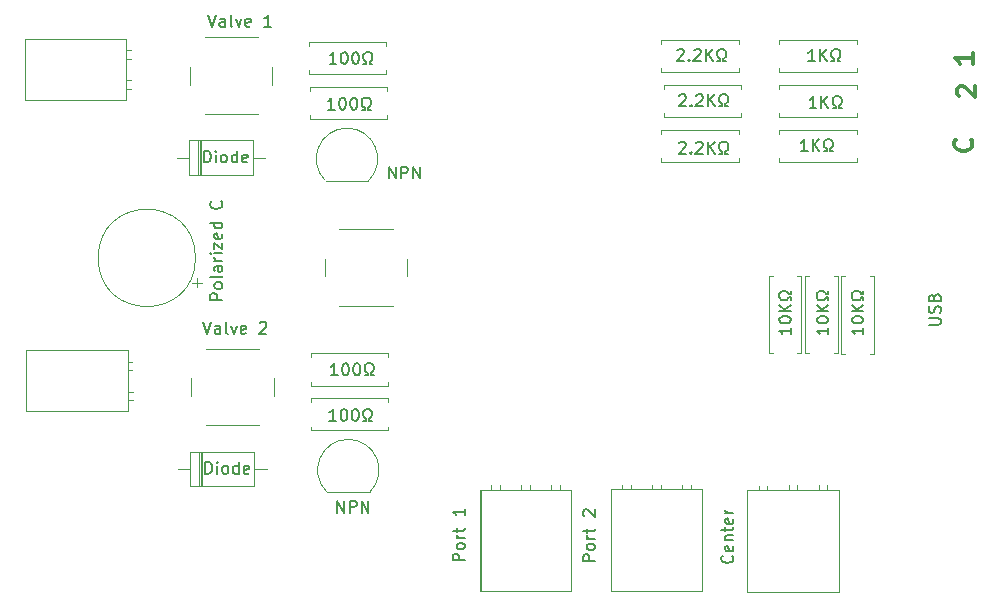
<source format=gto>
G04 #@! TF.GenerationSoftware,KiCad,Pcbnew,8.0.8*
G04 #@! TF.CreationDate,2025-05-09T16:42:09+03:00*
G04 #@! TF.ProjectId,Lick_Valves_final,4c69636b-5f56-4616-9c76-65735f66696e,rev?*
G04 #@! TF.SameCoordinates,Original*
G04 #@! TF.FileFunction,Legend,Top*
G04 #@! TF.FilePolarity,Positive*
%FSLAX46Y46*%
G04 Gerber Fmt 4.6, Leading zero omitted, Abs format (unit mm)*
G04 Created by KiCad (PCBNEW 8.0.8) date 2025-05-09 16:42:09*
%MOMM*%
%LPD*%
G01*
G04 APERTURE LIST*
%ADD10C,0.150000*%
%ADD11C,0.304800*%
%ADD12C,0.120000*%
%ADD13O,1.700000X1.700000*%
%ADD14C,1.600000*%
%ADD15O,1.600000X1.600000*%
%ADD16R,1.700000X1.700000*%
%ADD17C,2.000000*%
%ADD18R,1.600000X1.600000*%
%ADD19R,2.200000X2.200000*%
%ADD20O,2.200000X2.200000*%
%ADD21O,1.050000X1.500000*%
%ADD22C,1.700000*%
%ADD23C,5.000000*%
G04 APERTURE END LIST*
D10*
X56611779Y-103169819D02*
X56611779Y-102169819D01*
X56611779Y-102169819D02*
X57183207Y-103169819D01*
X57183207Y-103169819D02*
X57183207Y-102169819D01*
X57659398Y-103169819D02*
X57659398Y-102169819D01*
X57659398Y-102169819D02*
X58040350Y-102169819D01*
X58040350Y-102169819D02*
X58135588Y-102217438D01*
X58135588Y-102217438D02*
X58183207Y-102265057D01*
X58183207Y-102265057D02*
X58230826Y-102360295D01*
X58230826Y-102360295D02*
X58230826Y-102503152D01*
X58230826Y-102503152D02*
X58183207Y-102598390D01*
X58183207Y-102598390D02*
X58135588Y-102646009D01*
X58135588Y-102646009D02*
X58040350Y-102693628D01*
X58040350Y-102693628D02*
X57659398Y-102693628D01*
X58659398Y-103169819D02*
X58659398Y-102169819D01*
X58659398Y-102169819D02*
X59230826Y-103169819D01*
X59230826Y-103169819D02*
X59230826Y-102169819D01*
X96794819Y-115814411D02*
X96794819Y-116385839D01*
X96794819Y-116100125D02*
X95794819Y-116100125D01*
X95794819Y-116100125D02*
X95937676Y-116195363D01*
X95937676Y-116195363D02*
X96032914Y-116290601D01*
X96032914Y-116290601D02*
X96080533Y-116385839D01*
X95794819Y-115195363D02*
X95794819Y-115100125D01*
X95794819Y-115100125D02*
X95842438Y-115004887D01*
X95842438Y-115004887D02*
X95890057Y-114957268D01*
X95890057Y-114957268D02*
X95985295Y-114909649D01*
X95985295Y-114909649D02*
X96175771Y-114862030D01*
X96175771Y-114862030D02*
X96413866Y-114862030D01*
X96413866Y-114862030D02*
X96604342Y-114909649D01*
X96604342Y-114909649D02*
X96699580Y-114957268D01*
X96699580Y-114957268D02*
X96747200Y-115004887D01*
X96747200Y-115004887D02*
X96794819Y-115100125D01*
X96794819Y-115100125D02*
X96794819Y-115195363D01*
X96794819Y-115195363D02*
X96747200Y-115290601D01*
X96747200Y-115290601D02*
X96699580Y-115338220D01*
X96699580Y-115338220D02*
X96604342Y-115385839D01*
X96604342Y-115385839D02*
X96413866Y-115433458D01*
X96413866Y-115433458D02*
X96175771Y-115433458D01*
X96175771Y-115433458D02*
X95985295Y-115385839D01*
X95985295Y-115385839D02*
X95890057Y-115338220D01*
X95890057Y-115338220D02*
X95842438Y-115290601D01*
X95842438Y-115290601D02*
X95794819Y-115195363D01*
X96794819Y-114433458D02*
X95794819Y-114433458D01*
X96794819Y-113862030D02*
X96223390Y-114290601D01*
X95794819Y-113862030D02*
X96366247Y-114433458D01*
X96794819Y-113481077D02*
X96794819Y-113242982D01*
X96794819Y-113242982D02*
X96604342Y-113242982D01*
X96604342Y-113242982D02*
X96556723Y-113338220D01*
X96556723Y-113338220D02*
X96461485Y-113433458D01*
X96461485Y-113433458D02*
X96318628Y-113481077D01*
X96318628Y-113481077D02*
X96080533Y-113481077D01*
X96080533Y-113481077D02*
X95937676Y-113433458D01*
X95937676Y-113433458D02*
X95842438Y-113338220D01*
X95842438Y-113338220D02*
X95794819Y-113195363D01*
X95794819Y-113195363D02*
X95794819Y-113004887D01*
X95794819Y-113004887D02*
X95842438Y-112862030D01*
X95842438Y-112862030D02*
X95937676Y-112766792D01*
X95937676Y-112766792D02*
X96080533Y-112719173D01*
X96080533Y-112719173D02*
X96318628Y-112719173D01*
X96318628Y-112719173D02*
X96461485Y-112766792D01*
X96461485Y-112766792D02*
X96556723Y-112862030D01*
X96556723Y-112862030D02*
X96604342Y-112957268D01*
X96604342Y-112957268D02*
X96794819Y-112957268D01*
X96794819Y-112957268D02*
X96794819Y-112719173D01*
X93819819Y-115814411D02*
X93819819Y-116385839D01*
X93819819Y-116100125D02*
X92819819Y-116100125D01*
X92819819Y-116100125D02*
X92962676Y-116195363D01*
X92962676Y-116195363D02*
X93057914Y-116290601D01*
X93057914Y-116290601D02*
X93105533Y-116385839D01*
X92819819Y-115195363D02*
X92819819Y-115100125D01*
X92819819Y-115100125D02*
X92867438Y-115004887D01*
X92867438Y-115004887D02*
X92915057Y-114957268D01*
X92915057Y-114957268D02*
X93010295Y-114909649D01*
X93010295Y-114909649D02*
X93200771Y-114862030D01*
X93200771Y-114862030D02*
X93438866Y-114862030D01*
X93438866Y-114862030D02*
X93629342Y-114909649D01*
X93629342Y-114909649D02*
X93724580Y-114957268D01*
X93724580Y-114957268D02*
X93772200Y-115004887D01*
X93772200Y-115004887D02*
X93819819Y-115100125D01*
X93819819Y-115100125D02*
X93819819Y-115195363D01*
X93819819Y-115195363D02*
X93772200Y-115290601D01*
X93772200Y-115290601D02*
X93724580Y-115338220D01*
X93724580Y-115338220D02*
X93629342Y-115385839D01*
X93629342Y-115385839D02*
X93438866Y-115433458D01*
X93438866Y-115433458D02*
X93200771Y-115433458D01*
X93200771Y-115433458D02*
X93010295Y-115385839D01*
X93010295Y-115385839D02*
X92915057Y-115338220D01*
X92915057Y-115338220D02*
X92867438Y-115290601D01*
X92867438Y-115290601D02*
X92819819Y-115195363D01*
X93819819Y-114433458D02*
X92819819Y-114433458D01*
X93819819Y-113862030D02*
X93248390Y-114290601D01*
X92819819Y-113862030D02*
X93391247Y-114433458D01*
X93819819Y-113481077D02*
X93819819Y-113242982D01*
X93819819Y-113242982D02*
X93629342Y-113242982D01*
X93629342Y-113242982D02*
X93581723Y-113338220D01*
X93581723Y-113338220D02*
X93486485Y-113433458D01*
X93486485Y-113433458D02*
X93343628Y-113481077D01*
X93343628Y-113481077D02*
X93105533Y-113481077D01*
X93105533Y-113481077D02*
X92962676Y-113433458D01*
X92962676Y-113433458D02*
X92867438Y-113338220D01*
X92867438Y-113338220D02*
X92819819Y-113195363D01*
X92819819Y-113195363D02*
X92819819Y-113004887D01*
X92819819Y-113004887D02*
X92867438Y-112862030D01*
X92867438Y-112862030D02*
X92962676Y-112766792D01*
X92962676Y-112766792D02*
X93105533Y-112719173D01*
X93105533Y-112719173D02*
X93343628Y-112719173D01*
X93343628Y-112719173D02*
X93486485Y-112766792D01*
X93486485Y-112766792D02*
X93581723Y-112862030D01*
X93581723Y-112862030D02*
X93629342Y-112957268D01*
X93629342Y-112957268D02*
X93819819Y-112957268D01*
X93819819Y-112957268D02*
X93819819Y-112719173D01*
X40956779Y-101829819D02*
X40956779Y-100829819D01*
X40956779Y-100829819D02*
X41194874Y-100829819D01*
X41194874Y-100829819D02*
X41337731Y-100877438D01*
X41337731Y-100877438D02*
X41432969Y-100972676D01*
X41432969Y-100972676D02*
X41480588Y-101067914D01*
X41480588Y-101067914D02*
X41528207Y-101258390D01*
X41528207Y-101258390D02*
X41528207Y-101401247D01*
X41528207Y-101401247D02*
X41480588Y-101591723D01*
X41480588Y-101591723D02*
X41432969Y-101686961D01*
X41432969Y-101686961D02*
X41337731Y-101782200D01*
X41337731Y-101782200D02*
X41194874Y-101829819D01*
X41194874Y-101829819D02*
X40956779Y-101829819D01*
X41956779Y-101829819D02*
X41956779Y-101163152D01*
X41956779Y-100829819D02*
X41909160Y-100877438D01*
X41909160Y-100877438D02*
X41956779Y-100925057D01*
X41956779Y-100925057D02*
X42004398Y-100877438D01*
X42004398Y-100877438D02*
X41956779Y-100829819D01*
X41956779Y-100829819D02*
X41956779Y-100925057D01*
X42575826Y-101829819D02*
X42480588Y-101782200D01*
X42480588Y-101782200D02*
X42432969Y-101734580D01*
X42432969Y-101734580D02*
X42385350Y-101639342D01*
X42385350Y-101639342D02*
X42385350Y-101353628D01*
X42385350Y-101353628D02*
X42432969Y-101258390D01*
X42432969Y-101258390D02*
X42480588Y-101210771D01*
X42480588Y-101210771D02*
X42575826Y-101163152D01*
X42575826Y-101163152D02*
X42718683Y-101163152D01*
X42718683Y-101163152D02*
X42813921Y-101210771D01*
X42813921Y-101210771D02*
X42861540Y-101258390D01*
X42861540Y-101258390D02*
X42909159Y-101353628D01*
X42909159Y-101353628D02*
X42909159Y-101639342D01*
X42909159Y-101639342D02*
X42861540Y-101734580D01*
X42861540Y-101734580D02*
X42813921Y-101782200D01*
X42813921Y-101782200D02*
X42718683Y-101829819D01*
X42718683Y-101829819D02*
X42575826Y-101829819D01*
X43766302Y-101829819D02*
X43766302Y-100829819D01*
X43766302Y-101782200D02*
X43671064Y-101829819D01*
X43671064Y-101829819D02*
X43480588Y-101829819D01*
X43480588Y-101829819D02*
X43385350Y-101782200D01*
X43385350Y-101782200D02*
X43337731Y-101734580D01*
X43337731Y-101734580D02*
X43290112Y-101639342D01*
X43290112Y-101639342D02*
X43290112Y-101353628D01*
X43290112Y-101353628D02*
X43337731Y-101258390D01*
X43337731Y-101258390D02*
X43385350Y-101210771D01*
X43385350Y-101210771D02*
X43480588Y-101163152D01*
X43480588Y-101163152D02*
X43671064Y-101163152D01*
X43671064Y-101163152D02*
X43766302Y-101210771D01*
X44623445Y-101782200D02*
X44528207Y-101829819D01*
X44528207Y-101829819D02*
X44337731Y-101829819D01*
X44337731Y-101829819D02*
X44242493Y-101782200D01*
X44242493Y-101782200D02*
X44194874Y-101686961D01*
X44194874Y-101686961D02*
X44194874Y-101306009D01*
X44194874Y-101306009D02*
X44242493Y-101210771D01*
X44242493Y-101210771D02*
X44337731Y-101163152D01*
X44337731Y-101163152D02*
X44528207Y-101163152D01*
X44528207Y-101163152D02*
X44623445Y-101210771D01*
X44623445Y-101210771D02*
X44671064Y-101306009D01*
X44671064Y-101306009D02*
X44671064Y-101401247D01*
X44671064Y-101401247D02*
X44194874Y-101496485D01*
X42494819Y-113463220D02*
X41494819Y-113463220D01*
X41494819Y-113463220D02*
X41494819Y-113082268D01*
X41494819Y-113082268D02*
X41542438Y-112987030D01*
X41542438Y-112987030D02*
X41590057Y-112939411D01*
X41590057Y-112939411D02*
X41685295Y-112891792D01*
X41685295Y-112891792D02*
X41828152Y-112891792D01*
X41828152Y-112891792D02*
X41923390Y-112939411D01*
X41923390Y-112939411D02*
X41971009Y-112987030D01*
X41971009Y-112987030D02*
X42018628Y-113082268D01*
X42018628Y-113082268D02*
X42018628Y-113463220D01*
X42494819Y-112320363D02*
X42447200Y-112415601D01*
X42447200Y-112415601D02*
X42399580Y-112463220D01*
X42399580Y-112463220D02*
X42304342Y-112510839D01*
X42304342Y-112510839D02*
X42018628Y-112510839D01*
X42018628Y-112510839D02*
X41923390Y-112463220D01*
X41923390Y-112463220D02*
X41875771Y-112415601D01*
X41875771Y-112415601D02*
X41828152Y-112320363D01*
X41828152Y-112320363D02*
X41828152Y-112177506D01*
X41828152Y-112177506D02*
X41875771Y-112082268D01*
X41875771Y-112082268D02*
X41923390Y-112034649D01*
X41923390Y-112034649D02*
X42018628Y-111987030D01*
X42018628Y-111987030D02*
X42304342Y-111987030D01*
X42304342Y-111987030D02*
X42399580Y-112034649D01*
X42399580Y-112034649D02*
X42447200Y-112082268D01*
X42447200Y-112082268D02*
X42494819Y-112177506D01*
X42494819Y-112177506D02*
X42494819Y-112320363D01*
X42494819Y-111415601D02*
X42447200Y-111510839D01*
X42447200Y-111510839D02*
X42351961Y-111558458D01*
X42351961Y-111558458D02*
X41494819Y-111558458D01*
X42494819Y-110606077D02*
X41971009Y-110606077D01*
X41971009Y-110606077D02*
X41875771Y-110653696D01*
X41875771Y-110653696D02*
X41828152Y-110748934D01*
X41828152Y-110748934D02*
X41828152Y-110939410D01*
X41828152Y-110939410D02*
X41875771Y-111034648D01*
X42447200Y-110606077D02*
X42494819Y-110701315D01*
X42494819Y-110701315D02*
X42494819Y-110939410D01*
X42494819Y-110939410D02*
X42447200Y-111034648D01*
X42447200Y-111034648D02*
X42351961Y-111082267D01*
X42351961Y-111082267D02*
X42256723Y-111082267D01*
X42256723Y-111082267D02*
X42161485Y-111034648D01*
X42161485Y-111034648D02*
X42113866Y-110939410D01*
X42113866Y-110939410D02*
X42113866Y-110701315D01*
X42113866Y-110701315D02*
X42066247Y-110606077D01*
X42494819Y-110129886D02*
X41828152Y-110129886D01*
X42018628Y-110129886D02*
X41923390Y-110082267D01*
X41923390Y-110082267D02*
X41875771Y-110034648D01*
X41875771Y-110034648D02*
X41828152Y-109939410D01*
X41828152Y-109939410D02*
X41828152Y-109844172D01*
X42494819Y-109510838D02*
X41828152Y-109510838D01*
X41494819Y-109510838D02*
X41542438Y-109558457D01*
X41542438Y-109558457D02*
X41590057Y-109510838D01*
X41590057Y-109510838D02*
X41542438Y-109463219D01*
X41542438Y-109463219D02*
X41494819Y-109510838D01*
X41494819Y-109510838D02*
X41590057Y-109510838D01*
X41828152Y-109129886D02*
X41828152Y-108606077D01*
X41828152Y-108606077D02*
X42494819Y-109129886D01*
X42494819Y-109129886D02*
X42494819Y-108606077D01*
X42447200Y-107844172D02*
X42494819Y-107939410D01*
X42494819Y-107939410D02*
X42494819Y-108129886D01*
X42494819Y-108129886D02*
X42447200Y-108225124D01*
X42447200Y-108225124D02*
X42351961Y-108272743D01*
X42351961Y-108272743D02*
X41971009Y-108272743D01*
X41971009Y-108272743D02*
X41875771Y-108225124D01*
X41875771Y-108225124D02*
X41828152Y-108129886D01*
X41828152Y-108129886D02*
X41828152Y-107939410D01*
X41828152Y-107939410D02*
X41875771Y-107844172D01*
X41875771Y-107844172D02*
X41971009Y-107796553D01*
X41971009Y-107796553D02*
X42066247Y-107796553D01*
X42066247Y-107796553D02*
X42161485Y-108272743D01*
X42494819Y-106939410D02*
X41494819Y-106939410D01*
X42447200Y-106939410D02*
X42494819Y-107034648D01*
X42494819Y-107034648D02*
X42494819Y-107225124D01*
X42494819Y-107225124D02*
X42447200Y-107320362D01*
X42447200Y-107320362D02*
X42399580Y-107367981D01*
X42399580Y-107367981D02*
X42304342Y-107415600D01*
X42304342Y-107415600D02*
X42018628Y-107415600D01*
X42018628Y-107415600D02*
X41923390Y-107367981D01*
X41923390Y-107367981D02*
X41875771Y-107320362D01*
X41875771Y-107320362D02*
X41828152Y-107225124D01*
X41828152Y-107225124D02*
X41828152Y-107034648D01*
X41828152Y-107034648D02*
X41875771Y-106939410D01*
X42399580Y-105129886D02*
X42447200Y-105177505D01*
X42447200Y-105177505D02*
X42494819Y-105320362D01*
X42494819Y-105320362D02*
X42494819Y-105415600D01*
X42494819Y-105415600D02*
X42447200Y-105558457D01*
X42447200Y-105558457D02*
X42351961Y-105653695D01*
X42351961Y-105653695D02*
X42256723Y-105701314D01*
X42256723Y-105701314D02*
X42066247Y-105748933D01*
X42066247Y-105748933D02*
X41923390Y-105748933D01*
X41923390Y-105748933D02*
X41732914Y-105701314D01*
X41732914Y-105701314D02*
X41637676Y-105653695D01*
X41637676Y-105653695D02*
X41542438Y-105558457D01*
X41542438Y-105558457D02*
X41494819Y-105415600D01*
X41494819Y-105415600D02*
X41494819Y-105320362D01*
X41494819Y-105320362D02*
X41542438Y-105177505D01*
X41542438Y-105177505D02*
X41590057Y-105129886D01*
X63019819Y-135523220D02*
X62019819Y-135523220D01*
X62019819Y-135523220D02*
X62019819Y-135142268D01*
X62019819Y-135142268D02*
X62067438Y-135047030D01*
X62067438Y-135047030D02*
X62115057Y-134999411D01*
X62115057Y-134999411D02*
X62210295Y-134951792D01*
X62210295Y-134951792D02*
X62353152Y-134951792D01*
X62353152Y-134951792D02*
X62448390Y-134999411D01*
X62448390Y-134999411D02*
X62496009Y-135047030D01*
X62496009Y-135047030D02*
X62543628Y-135142268D01*
X62543628Y-135142268D02*
X62543628Y-135523220D01*
X63019819Y-134380363D02*
X62972200Y-134475601D01*
X62972200Y-134475601D02*
X62924580Y-134523220D01*
X62924580Y-134523220D02*
X62829342Y-134570839D01*
X62829342Y-134570839D02*
X62543628Y-134570839D01*
X62543628Y-134570839D02*
X62448390Y-134523220D01*
X62448390Y-134523220D02*
X62400771Y-134475601D01*
X62400771Y-134475601D02*
X62353152Y-134380363D01*
X62353152Y-134380363D02*
X62353152Y-134237506D01*
X62353152Y-134237506D02*
X62400771Y-134142268D01*
X62400771Y-134142268D02*
X62448390Y-134094649D01*
X62448390Y-134094649D02*
X62543628Y-134047030D01*
X62543628Y-134047030D02*
X62829342Y-134047030D01*
X62829342Y-134047030D02*
X62924580Y-134094649D01*
X62924580Y-134094649D02*
X62972200Y-134142268D01*
X62972200Y-134142268D02*
X63019819Y-134237506D01*
X63019819Y-134237506D02*
X63019819Y-134380363D01*
X63019819Y-133618458D02*
X62353152Y-133618458D01*
X62543628Y-133618458D02*
X62448390Y-133570839D01*
X62448390Y-133570839D02*
X62400771Y-133523220D01*
X62400771Y-133523220D02*
X62353152Y-133427982D01*
X62353152Y-133427982D02*
X62353152Y-133332744D01*
X62353152Y-133142267D02*
X62353152Y-132761315D01*
X62019819Y-132999410D02*
X62876961Y-132999410D01*
X62876961Y-132999410D02*
X62972200Y-132951791D01*
X62972200Y-132951791D02*
X63019819Y-132856553D01*
X63019819Y-132856553D02*
X63019819Y-132761315D01*
X63019819Y-131142267D02*
X63019819Y-131713695D01*
X63019819Y-131427981D02*
X62019819Y-131427981D01*
X62019819Y-131427981D02*
X62162676Y-131523219D01*
X62162676Y-131523219D02*
X62257914Y-131618457D01*
X62257914Y-131618457D02*
X62305533Y-131713695D01*
X52261779Y-131469819D02*
X52261779Y-130469819D01*
X52261779Y-130469819D02*
X52833207Y-131469819D01*
X52833207Y-131469819D02*
X52833207Y-130469819D01*
X53309398Y-131469819D02*
X53309398Y-130469819D01*
X53309398Y-130469819D02*
X53690350Y-130469819D01*
X53690350Y-130469819D02*
X53785588Y-130517438D01*
X53785588Y-130517438D02*
X53833207Y-130565057D01*
X53833207Y-130565057D02*
X53880826Y-130660295D01*
X53880826Y-130660295D02*
X53880826Y-130803152D01*
X53880826Y-130803152D02*
X53833207Y-130898390D01*
X53833207Y-130898390D02*
X53785588Y-130946009D01*
X53785588Y-130946009D02*
X53690350Y-130993628D01*
X53690350Y-130993628D02*
X53309398Y-130993628D01*
X54309398Y-131469819D02*
X54309398Y-130469819D01*
X54309398Y-130469819D02*
X54880826Y-131469819D01*
X54880826Y-131469819D02*
X54880826Y-130469819D01*
D11*
X104848784Y-96209188D02*
X104776212Y-96136616D01*
X104776212Y-96136616D02*
X104703641Y-95991474D01*
X104703641Y-95991474D02*
X104703641Y-95628616D01*
X104703641Y-95628616D02*
X104776212Y-95483474D01*
X104776212Y-95483474D02*
X104848784Y-95410902D01*
X104848784Y-95410902D02*
X104993927Y-95338331D01*
X104993927Y-95338331D02*
X105139070Y-95338331D01*
X105139070Y-95338331D02*
X105356784Y-95410902D01*
X105356784Y-95410902D02*
X106227641Y-96281759D01*
X106227641Y-96281759D02*
X106227641Y-95338331D01*
D10*
X81189160Y-100165057D02*
X81236779Y-100117438D01*
X81236779Y-100117438D02*
X81332017Y-100069819D01*
X81332017Y-100069819D02*
X81570112Y-100069819D01*
X81570112Y-100069819D02*
X81665350Y-100117438D01*
X81665350Y-100117438D02*
X81712969Y-100165057D01*
X81712969Y-100165057D02*
X81760588Y-100260295D01*
X81760588Y-100260295D02*
X81760588Y-100355533D01*
X81760588Y-100355533D02*
X81712969Y-100498390D01*
X81712969Y-100498390D02*
X81141541Y-101069819D01*
X81141541Y-101069819D02*
X81760588Y-101069819D01*
X82189160Y-100974580D02*
X82236779Y-101022200D01*
X82236779Y-101022200D02*
X82189160Y-101069819D01*
X82189160Y-101069819D02*
X82141541Y-101022200D01*
X82141541Y-101022200D02*
X82189160Y-100974580D01*
X82189160Y-100974580D02*
X82189160Y-101069819D01*
X82617731Y-100165057D02*
X82665350Y-100117438D01*
X82665350Y-100117438D02*
X82760588Y-100069819D01*
X82760588Y-100069819D02*
X82998683Y-100069819D01*
X82998683Y-100069819D02*
X83093921Y-100117438D01*
X83093921Y-100117438D02*
X83141540Y-100165057D01*
X83141540Y-100165057D02*
X83189159Y-100260295D01*
X83189159Y-100260295D02*
X83189159Y-100355533D01*
X83189159Y-100355533D02*
X83141540Y-100498390D01*
X83141540Y-100498390D02*
X82570112Y-101069819D01*
X82570112Y-101069819D02*
X83189159Y-101069819D01*
X83617731Y-101069819D02*
X83617731Y-100069819D01*
X84189159Y-101069819D02*
X83760588Y-100498390D01*
X84189159Y-100069819D02*
X83617731Y-100641247D01*
X84570112Y-101069819D02*
X84808207Y-101069819D01*
X84808207Y-101069819D02*
X84808207Y-100879342D01*
X84808207Y-100879342D02*
X84712969Y-100831723D01*
X84712969Y-100831723D02*
X84617731Y-100736485D01*
X84617731Y-100736485D02*
X84570112Y-100593628D01*
X84570112Y-100593628D02*
X84570112Y-100355533D01*
X84570112Y-100355533D02*
X84617731Y-100212676D01*
X84617731Y-100212676D02*
X84712969Y-100117438D01*
X84712969Y-100117438D02*
X84855826Y-100069819D01*
X84855826Y-100069819D02*
X85046302Y-100069819D01*
X85046302Y-100069819D02*
X85189159Y-100117438D01*
X85189159Y-100117438D02*
X85284397Y-100212676D01*
X85284397Y-100212676D02*
X85332016Y-100355533D01*
X85332016Y-100355533D02*
X85332016Y-100593628D01*
X85332016Y-100593628D02*
X85284397Y-100736485D01*
X85284397Y-100736485D02*
X85189159Y-100831723D01*
X85189159Y-100831723D02*
X85093921Y-100879342D01*
X85093921Y-100879342D02*
X85093921Y-101069819D01*
X85093921Y-101069819D02*
X85332016Y-101069819D01*
X92810588Y-97219819D02*
X92239160Y-97219819D01*
X92524874Y-97219819D02*
X92524874Y-96219819D01*
X92524874Y-96219819D02*
X92429636Y-96362676D01*
X92429636Y-96362676D02*
X92334398Y-96457914D01*
X92334398Y-96457914D02*
X92239160Y-96505533D01*
X93239160Y-97219819D02*
X93239160Y-96219819D01*
X93810588Y-97219819D02*
X93382017Y-96648390D01*
X93810588Y-96219819D02*
X93239160Y-96791247D01*
X94191541Y-97219819D02*
X94429636Y-97219819D01*
X94429636Y-97219819D02*
X94429636Y-97029342D01*
X94429636Y-97029342D02*
X94334398Y-96981723D01*
X94334398Y-96981723D02*
X94239160Y-96886485D01*
X94239160Y-96886485D02*
X94191541Y-96743628D01*
X94191541Y-96743628D02*
X94191541Y-96505533D01*
X94191541Y-96505533D02*
X94239160Y-96362676D01*
X94239160Y-96362676D02*
X94334398Y-96267438D01*
X94334398Y-96267438D02*
X94477255Y-96219819D01*
X94477255Y-96219819D02*
X94667731Y-96219819D01*
X94667731Y-96219819D02*
X94810588Y-96267438D01*
X94810588Y-96267438D02*
X94905826Y-96362676D01*
X94905826Y-96362676D02*
X94953445Y-96505533D01*
X94953445Y-96505533D02*
X94953445Y-96743628D01*
X94953445Y-96743628D02*
X94905826Y-96886485D01*
X94905826Y-96886485D02*
X94810588Y-96981723D01*
X94810588Y-96981723D02*
X94715350Y-97029342D01*
X94715350Y-97029342D02*
X94715350Y-97219819D01*
X94715350Y-97219819D02*
X94953445Y-97219819D01*
X52280588Y-119829819D02*
X51709160Y-119829819D01*
X51994874Y-119829819D02*
X51994874Y-118829819D01*
X51994874Y-118829819D02*
X51899636Y-118972676D01*
X51899636Y-118972676D02*
X51804398Y-119067914D01*
X51804398Y-119067914D02*
X51709160Y-119115533D01*
X52899636Y-118829819D02*
X52994874Y-118829819D01*
X52994874Y-118829819D02*
X53090112Y-118877438D01*
X53090112Y-118877438D02*
X53137731Y-118925057D01*
X53137731Y-118925057D02*
X53185350Y-119020295D01*
X53185350Y-119020295D02*
X53232969Y-119210771D01*
X53232969Y-119210771D02*
X53232969Y-119448866D01*
X53232969Y-119448866D02*
X53185350Y-119639342D01*
X53185350Y-119639342D02*
X53137731Y-119734580D01*
X53137731Y-119734580D02*
X53090112Y-119782200D01*
X53090112Y-119782200D02*
X52994874Y-119829819D01*
X52994874Y-119829819D02*
X52899636Y-119829819D01*
X52899636Y-119829819D02*
X52804398Y-119782200D01*
X52804398Y-119782200D02*
X52756779Y-119734580D01*
X52756779Y-119734580D02*
X52709160Y-119639342D01*
X52709160Y-119639342D02*
X52661541Y-119448866D01*
X52661541Y-119448866D02*
X52661541Y-119210771D01*
X52661541Y-119210771D02*
X52709160Y-119020295D01*
X52709160Y-119020295D02*
X52756779Y-118925057D01*
X52756779Y-118925057D02*
X52804398Y-118877438D01*
X52804398Y-118877438D02*
X52899636Y-118829819D01*
X53852017Y-118829819D02*
X53947255Y-118829819D01*
X53947255Y-118829819D02*
X54042493Y-118877438D01*
X54042493Y-118877438D02*
X54090112Y-118925057D01*
X54090112Y-118925057D02*
X54137731Y-119020295D01*
X54137731Y-119020295D02*
X54185350Y-119210771D01*
X54185350Y-119210771D02*
X54185350Y-119448866D01*
X54185350Y-119448866D02*
X54137731Y-119639342D01*
X54137731Y-119639342D02*
X54090112Y-119734580D01*
X54090112Y-119734580D02*
X54042493Y-119782200D01*
X54042493Y-119782200D02*
X53947255Y-119829819D01*
X53947255Y-119829819D02*
X53852017Y-119829819D01*
X53852017Y-119829819D02*
X53756779Y-119782200D01*
X53756779Y-119782200D02*
X53709160Y-119734580D01*
X53709160Y-119734580D02*
X53661541Y-119639342D01*
X53661541Y-119639342D02*
X53613922Y-119448866D01*
X53613922Y-119448866D02*
X53613922Y-119210771D01*
X53613922Y-119210771D02*
X53661541Y-119020295D01*
X53661541Y-119020295D02*
X53709160Y-118925057D01*
X53709160Y-118925057D02*
X53756779Y-118877438D01*
X53756779Y-118877438D02*
X53852017Y-118829819D01*
X54566303Y-119829819D02*
X54804398Y-119829819D01*
X54804398Y-119829819D02*
X54804398Y-119639342D01*
X54804398Y-119639342D02*
X54709160Y-119591723D01*
X54709160Y-119591723D02*
X54613922Y-119496485D01*
X54613922Y-119496485D02*
X54566303Y-119353628D01*
X54566303Y-119353628D02*
X54566303Y-119115533D01*
X54566303Y-119115533D02*
X54613922Y-118972676D01*
X54613922Y-118972676D02*
X54709160Y-118877438D01*
X54709160Y-118877438D02*
X54852017Y-118829819D01*
X54852017Y-118829819D02*
X55042493Y-118829819D01*
X55042493Y-118829819D02*
X55185350Y-118877438D01*
X55185350Y-118877438D02*
X55280588Y-118972676D01*
X55280588Y-118972676D02*
X55328207Y-119115533D01*
X55328207Y-119115533D02*
X55328207Y-119353628D01*
X55328207Y-119353628D02*
X55280588Y-119496485D01*
X55280588Y-119496485D02*
X55185350Y-119591723D01*
X55185350Y-119591723D02*
X55090112Y-119639342D01*
X55090112Y-119639342D02*
X55090112Y-119829819D01*
X55090112Y-119829819D02*
X55328207Y-119829819D01*
X90644819Y-115814411D02*
X90644819Y-116385839D01*
X90644819Y-116100125D02*
X89644819Y-116100125D01*
X89644819Y-116100125D02*
X89787676Y-116195363D01*
X89787676Y-116195363D02*
X89882914Y-116290601D01*
X89882914Y-116290601D02*
X89930533Y-116385839D01*
X89644819Y-115195363D02*
X89644819Y-115100125D01*
X89644819Y-115100125D02*
X89692438Y-115004887D01*
X89692438Y-115004887D02*
X89740057Y-114957268D01*
X89740057Y-114957268D02*
X89835295Y-114909649D01*
X89835295Y-114909649D02*
X90025771Y-114862030D01*
X90025771Y-114862030D02*
X90263866Y-114862030D01*
X90263866Y-114862030D02*
X90454342Y-114909649D01*
X90454342Y-114909649D02*
X90549580Y-114957268D01*
X90549580Y-114957268D02*
X90597200Y-115004887D01*
X90597200Y-115004887D02*
X90644819Y-115100125D01*
X90644819Y-115100125D02*
X90644819Y-115195363D01*
X90644819Y-115195363D02*
X90597200Y-115290601D01*
X90597200Y-115290601D02*
X90549580Y-115338220D01*
X90549580Y-115338220D02*
X90454342Y-115385839D01*
X90454342Y-115385839D02*
X90263866Y-115433458D01*
X90263866Y-115433458D02*
X90025771Y-115433458D01*
X90025771Y-115433458D02*
X89835295Y-115385839D01*
X89835295Y-115385839D02*
X89740057Y-115338220D01*
X89740057Y-115338220D02*
X89692438Y-115290601D01*
X89692438Y-115290601D02*
X89644819Y-115195363D01*
X90644819Y-114433458D02*
X89644819Y-114433458D01*
X90644819Y-113862030D02*
X90073390Y-114290601D01*
X89644819Y-113862030D02*
X90216247Y-114433458D01*
X90644819Y-113481077D02*
X90644819Y-113242982D01*
X90644819Y-113242982D02*
X90454342Y-113242982D01*
X90454342Y-113242982D02*
X90406723Y-113338220D01*
X90406723Y-113338220D02*
X90311485Y-113433458D01*
X90311485Y-113433458D02*
X90168628Y-113481077D01*
X90168628Y-113481077D02*
X89930533Y-113481077D01*
X89930533Y-113481077D02*
X89787676Y-113433458D01*
X89787676Y-113433458D02*
X89692438Y-113338220D01*
X89692438Y-113338220D02*
X89644819Y-113195363D01*
X89644819Y-113195363D02*
X89644819Y-113004887D01*
X89644819Y-113004887D02*
X89692438Y-112862030D01*
X89692438Y-112862030D02*
X89787676Y-112766792D01*
X89787676Y-112766792D02*
X89930533Y-112719173D01*
X89930533Y-112719173D02*
X90168628Y-112719173D01*
X90168628Y-112719173D02*
X90311485Y-112766792D01*
X90311485Y-112766792D02*
X90406723Y-112862030D01*
X90406723Y-112862030D02*
X90454342Y-112957268D01*
X90454342Y-112957268D02*
X90644819Y-112957268D01*
X90644819Y-112957268D02*
X90644819Y-112719173D01*
D11*
X106057641Y-92578331D02*
X106057641Y-93449188D01*
X106057641Y-93013759D02*
X104533641Y-93013759D01*
X104533641Y-93013759D02*
X104751355Y-93158902D01*
X104751355Y-93158902D02*
X104896498Y-93304045D01*
X104896498Y-93304045D02*
X104969070Y-93449188D01*
X105872498Y-99885759D02*
X105945070Y-99958331D01*
X105945070Y-99958331D02*
X106017641Y-100176045D01*
X106017641Y-100176045D02*
X106017641Y-100321188D01*
X106017641Y-100321188D02*
X105945070Y-100538902D01*
X105945070Y-100538902D02*
X105799927Y-100684045D01*
X105799927Y-100684045D02*
X105654784Y-100756616D01*
X105654784Y-100756616D02*
X105364498Y-100829188D01*
X105364498Y-100829188D02*
X105146784Y-100829188D01*
X105146784Y-100829188D02*
X104856498Y-100756616D01*
X104856498Y-100756616D02*
X104711355Y-100684045D01*
X104711355Y-100684045D02*
X104566212Y-100538902D01*
X104566212Y-100538902D02*
X104493641Y-100321188D01*
X104493641Y-100321188D02*
X104493641Y-100176045D01*
X104493641Y-100176045D02*
X104566212Y-99958331D01*
X104566212Y-99958331D02*
X104638784Y-99885759D01*
D10*
X81189160Y-96165057D02*
X81236779Y-96117438D01*
X81236779Y-96117438D02*
X81332017Y-96069819D01*
X81332017Y-96069819D02*
X81570112Y-96069819D01*
X81570112Y-96069819D02*
X81665350Y-96117438D01*
X81665350Y-96117438D02*
X81712969Y-96165057D01*
X81712969Y-96165057D02*
X81760588Y-96260295D01*
X81760588Y-96260295D02*
X81760588Y-96355533D01*
X81760588Y-96355533D02*
X81712969Y-96498390D01*
X81712969Y-96498390D02*
X81141541Y-97069819D01*
X81141541Y-97069819D02*
X81760588Y-97069819D01*
X82189160Y-96974580D02*
X82236779Y-97022200D01*
X82236779Y-97022200D02*
X82189160Y-97069819D01*
X82189160Y-97069819D02*
X82141541Y-97022200D01*
X82141541Y-97022200D02*
X82189160Y-96974580D01*
X82189160Y-96974580D02*
X82189160Y-97069819D01*
X82617731Y-96165057D02*
X82665350Y-96117438D01*
X82665350Y-96117438D02*
X82760588Y-96069819D01*
X82760588Y-96069819D02*
X82998683Y-96069819D01*
X82998683Y-96069819D02*
X83093921Y-96117438D01*
X83093921Y-96117438D02*
X83141540Y-96165057D01*
X83141540Y-96165057D02*
X83189159Y-96260295D01*
X83189159Y-96260295D02*
X83189159Y-96355533D01*
X83189159Y-96355533D02*
X83141540Y-96498390D01*
X83141540Y-96498390D02*
X82570112Y-97069819D01*
X82570112Y-97069819D02*
X83189159Y-97069819D01*
X83617731Y-97069819D02*
X83617731Y-96069819D01*
X84189159Y-97069819D02*
X83760588Y-96498390D01*
X84189159Y-96069819D02*
X83617731Y-96641247D01*
X84570112Y-97069819D02*
X84808207Y-97069819D01*
X84808207Y-97069819D02*
X84808207Y-96879342D01*
X84808207Y-96879342D02*
X84712969Y-96831723D01*
X84712969Y-96831723D02*
X84617731Y-96736485D01*
X84617731Y-96736485D02*
X84570112Y-96593628D01*
X84570112Y-96593628D02*
X84570112Y-96355533D01*
X84570112Y-96355533D02*
X84617731Y-96212676D01*
X84617731Y-96212676D02*
X84712969Y-96117438D01*
X84712969Y-96117438D02*
X84855826Y-96069819D01*
X84855826Y-96069819D02*
X85046302Y-96069819D01*
X85046302Y-96069819D02*
X85189159Y-96117438D01*
X85189159Y-96117438D02*
X85284397Y-96212676D01*
X85284397Y-96212676D02*
X85332016Y-96355533D01*
X85332016Y-96355533D02*
X85332016Y-96593628D01*
X85332016Y-96593628D02*
X85284397Y-96736485D01*
X85284397Y-96736485D02*
X85189159Y-96831723D01*
X85189159Y-96831723D02*
X85093921Y-96879342D01*
X85093921Y-96879342D02*
X85093921Y-97069819D01*
X85093921Y-97069819D02*
X85332016Y-97069819D01*
X92700588Y-93259819D02*
X92129160Y-93259819D01*
X92414874Y-93259819D02*
X92414874Y-92259819D01*
X92414874Y-92259819D02*
X92319636Y-92402676D01*
X92319636Y-92402676D02*
X92224398Y-92497914D01*
X92224398Y-92497914D02*
X92129160Y-92545533D01*
X93129160Y-93259819D02*
X93129160Y-92259819D01*
X93700588Y-93259819D02*
X93272017Y-92688390D01*
X93700588Y-92259819D02*
X93129160Y-92831247D01*
X94081541Y-93259819D02*
X94319636Y-93259819D01*
X94319636Y-93259819D02*
X94319636Y-93069342D01*
X94319636Y-93069342D02*
X94224398Y-93021723D01*
X94224398Y-93021723D02*
X94129160Y-92926485D01*
X94129160Y-92926485D02*
X94081541Y-92783628D01*
X94081541Y-92783628D02*
X94081541Y-92545533D01*
X94081541Y-92545533D02*
X94129160Y-92402676D01*
X94129160Y-92402676D02*
X94224398Y-92307438D01*
X94224398Y-92307438D02*
X94367255Y-92259819D01*
X94367255Y-92259819D02*
X94557731Y-92259819D01*
X94557731Y-92259819D02*
X94700588Y-92307438D01*
X94700588Y-92307438D02*
X94795826Y-92402676D01*
X94795826Y-92402676D02*
X94843445Y-92545533D01*
X94843445Y-92545533D02*
X94843445Y-92783628D01*
X94843445Y-92783628D02*
X94795826Y-92926485D01*
X94795826Y-92926485D02*
X94700588Y-93021723D01*
X94700588Y-93021723D02*
X94605350Y-93069342D01*
X94605350Y-93069342D02*
X94605350Y-93259819D01*
X94605350Y-93259819D02*
X94843445Y-93259819D01*
X52025588Y-97349819D02*
X51454160Y-97349819D01*
X51739874Y-97349819D02*
X51739874Y-96349819D01*
X51739874Y-96349819D02*
X51644636Y-96492676D01*
X51644636Y-96492676D02*
X51549398Y-96587914D01*
X51549398Y-96587914D02*
X51454160Y-96635533D01*
X52644636Y-96349819D02*
X52739874Y-96349819D01*
X52739874Y-96349819D02*
X52835112Y-96397438D01*
X52835112Y-96397438D02*
X52882731Y-96445057D01*
X52882731Y-96445057D02*
X52930350Y-96540295D01*
X52930350Y-96540295D02*
X52977969Y-96730771D01*
X52977969Y-96730771D02*
X52977969Y-96968866D01*
X52977969Y-96968866D02*
X52930350Y-97159342D01*
X52930350Y-97159342D02*
X52882731Y-97254580D01*
X52882731Y-97254580D02*
X52835112Y-97302200D01*
X52835112Y-97302200D02*
X52739874Y-97349819D01*
X52739874Y-97349819D02*
X52644636Y-97349819D01*
X52644636Y-97349819D02*
X52549398Y-97302200D01*
X52549398Y-97302200D02*
X52501779Y-97254580D01*
X52501779Y-97254580D02*
X52454160Y-97159342D01*
X52454160Y-97159342D02*
X52406541Y-96968866D01*
X52406541Y-96968866D02*
X52406541Y-96730771D01*
X52406541Y-96730771D02*
X52454160Y-96540295D01*
X52454160Y-96540295D02*
X52501779Y-96445057D01*
X52501779Y-96445057D02*
X52549398Y-96397438D01*
X52549398Y-96397438D02*
X52644636Y-96349819D01*
X53597017Y-96349819D02*
X53692255Y-96349819D01*
X53692255Y-96349819D02*
X53787493Y-96397438D01*
X53787493Y-96397438D02*
X53835112Y-96445057D01*
X53835112Y-96445057D02*
X53882731Y-96540295D01*
X53882731Y-96540295D02*
X53930350Y-96730771D01*
X53930350Y-96730771D02*
X53930350Y-96968866D01*
X53930350Y-96968866D02*
X53882731Y-97159342D01*
X53882731Y-97159342D02*
X53835112Y-97254580D01*
X53835112Y-97254580D02*
X53787493Y-97302200D01*
X53787493Y-97302200D02*
X53692255Y-97349819D01*
X53692255Y-97349819D02*
X53597017Y-97349819D01*
X53597017Y-97349819D02*
X53501779Y-97302200D01*
X53501779Y-97302200D02*
X53454160Y-97254580D01*
X53454160Y-97254580D02*
X53406541Y-97159342D01*
X53406541Y-97159342D02*
X53358922Y-96968866D01*
X53358922Y-96968866D02*
X53358922Y-96730771D01*
X53358922Y-96730771D02*
X53406541Y-96540295D01*
X53406541Y-96540295D02*
X53454160Y-96445057D01*
X53454160Y-96445057D02*
X53501779Y-96397438D01*
X53501779Y-96397438D02*
X53597017Y-96349819D01*
X54311303Y-97349819D02*
X54549398Y-97349819D01*
X54549398Y-97349819D02*
X54549398Y-97159342D01*
X54549398Y-97159342D02*
X54454160Y-97111723D01*
X54454160Y-97111723D02*
X54358922Y-97016485D01*
X54358922Y-97016485D02*
X54311303Y-96873628D01*
X54311303Y-96873628D02*
X54311303Y-96635533D01*
X54311303Y-96635533D02*
X54358922Y-96492676D01*
X54358922Y-96492676D02*
X54454160Y-96397438D01*
X54454160Y-96397438D02*
X54597017Y-96349819D01*
X54597017Y-96349819D02*
X54787493Y-96349819D01*
X54787493Y-96349819D02*
X54930350Y-96397438D01*
X54930350Y-96397438D02*
X55025588Y-96492676D01*
X55025588Y-96492676D02*
X55073207Y-96635533D01*
X55073207Y-96635533D02*
X55073207Y-96873628D01*
X55073207Y-96873628D02*
X55025588Y-97016485D01*
X55025588Y-97016485D02*
X54930350Y-97111723D01*
X54930350Y-97111723D02*
X54835112Y-97159342D01*
X54835112Y-97159342D02*
X54835112Y-97349819D01*
X54835112Y-97349819D02*
X55073207Y-97349819D01*
X81019160Y-92325057D02*
X81066779Y-92277438D01*
X81066779Y-92277438D02*
X81162017Y-92229819D01*
X81162017Y-92229819D02*
X81400112Y-92229819D01*
X81400112Y-92229819D02*
X81495350Y-92277438D01*
X81495350Y-92277438D02*
X81542969Y-92325057D01*
X81542969Y-92325057D02*
X81590588Y-92420295D01*
X81590588Y-92420295D02*
X81590588Y-92515533D01*
X81590588Y-92515533D02*
X81542969Y-92658390D01*
X81542969Y-92658390D02*
X80971541Y-93229819D01*
X80971541Y-93229819D02*
X81590588Y-93229819D01*
X82019160Y-93134580D02*
X82066779Y-93182200D01*
X82066779Y-93182200D02*
X82019160Y-93229819D01*
X82019160Y-93229819D02*
X81971541Y-93182200D01*
X81971541Y-93182200D02*
X82019160Y-93134580D01*
X82019160Y-93134580D02*
X82019160Y-93229819D01*
X82447731Y-92325057D02*
X82495350Y-92277438D01*
X82495350Y-92277438D02*
X82590588Y-92229819D01*
X82590588Y-92229819D02*
X82828683Y-92229819D01*
X82828683Y-92229819D02*
X82923921Y-92277438D01*
X82923921Y-92277438D02*
X82971540Y-92325057D01*
X82971540Y-92325057D02*
X83019159Y-92420295D01*
X83019159Y-92420295D02*
X83019159Y-92515533D01*
X83019159Y-92515533D02*
X82971540Y-92658390D01*
X82971540Y-92658390D02*
X82400112Y-93229819D01*
X82400112Y-93229819D02*
X83019159Y-93229819D01*
X83447731Y-93229819D02*
X83447731Y-92229819D01*
X84019159Y-93229819D02*
X83590588Y-92658390D01*
X84019159Y-92229819D02*
X83447731Y-92801247D01*
X84400112Y-93229819D02*
X84638207Y-93229819D01*
X84638207Y-93229819D02*
X84638207Y-93039342D01*
X84638207Y-93039342D02*
X84542969Y-92991723D01*
X84542969Y-92991723D02*
X84447731Y-92896485D01*
X84447731Y-92896485D02*
X84400112Y-92753628D01*
X84400112Y-92753628D02*
X84400112Y-92515533D01*
X84400112Y-92515533D02*
X84447731Y-92372676D01*
X84447731Y-92372676D02*
X84542969Y-92277438D01*
X84542969Y-92277438D02*
X84685826Y-92229819D01*
X84685826Y-92229819D02*
X84876302Y-92229819D01*
X84876302Y-92229819D02*
X85019159Y-92277438D01*
X85019159Y-92277438D02*
X85114397Y-92372676D01*
X85114397Y-92372676D02*
X85162016Y-92515533D01*
X85162016Y-92515533D02*
X85162016Y-92753628D01*
X85162016Y-92753628D02*
X85114397Y-92896485D01*
X85114397Y-92896485D02*
X85019159Y-92991723D01*
X85019159Y-92991723D02*
X84923921Y-93039342D01*
X84923921Y-93039342D02*
X84923921Y-93229819D01*
X84923921Y-93229819D02*
X85162016Y-93229819D01*
X74044819Y-135588220D02*
X73044819Y-135588220D01*
X73044819Y-135588220D02*
X73044819Y-135207268D01*
X73044819Y-135207268D02*
X73092438Y-135112030D01*
X73092438Y-135112030D02*
X73140057Y-135064411D01*
X73140057Y-135064411D02*
X73235295Y-135016792D01*
X73235295Y-135016792D02*
X73378152Y-135016792D01*
X73378152Y-135016792D02*
X73473390Y-135064411D01*
X73473390Y-135064411D02*
X73521009Y-135112030D01*
X73521009Y-135112030D02*
X73568628Y-135207268D01*
X73568628Y-135207268D02*
X73568628Y-135588220D01*
X74044819Y-134445363D02*
X73997200Y-134540601D01*
X73997200Y-134540601D02*
X73949580Y-134588220D01*
X73949580Y-134588220D02*
X73854342Y-134635839D01*
X73854342Y-134635839D02*
X73568628Y-134635839D01*
X73568628Y-134635839D02*
X73473390Y-134588220D01*
X73473390Y-134588220D02*
X73425771Y-134540601D01*
X73425771Y-134540601D02*
X73378152Y-134445363D01*
X73378152Y-134445363D02*
X73378152Y-134302506D01*
X73378152Y-134302506D02*
X73425771Y-134207268D01*
X73425771Y-134207268D02*
X73473390Y-134159649D01*
X73473390Y-134159649D02*
X73568628Y-134112030D01*
X73568628Y-134112030D02*
X73854342Y-134112030D01*
X73854342Y-134112030D02*
X73949580Y-134159649D01*
X73949580Y-134159649D02*
X73997200Y-134207268D01*
X73997200Y-134207268D02*
X74044819Y-134302506D01*
X74044819Y-134302506D02*
X74044819Y-134445363D01*
X74044819Y-133683458D02*
X73378152Y-133683458D01*
X73568628Y-133683458D02*
X73473390Y-133635839D01*
X73473390Y-133635839D02*
X73425771Y-133588220D01*
X73425771Y-133588220D02*
X73378152Y-133492982D01*
X73378152Y-133492982D02*
X73378152Y-133397744D01*
X73378152Y-133207267D02*
X73378152Y-132826315D01*
X73044819Y-133064410D02*
X73901961Y-133064410D01*
X73901961Y-133064410D02*
X73997200Y-133016791D01*
X73997200Y-133016791D02*
X74044819Y-132921553D01*
X74044819Y-132921553D02*
X74044819Y-132826315D01*
X73140057Y-131778695D02*
X73092438Y-131731076D01*
X73092438Y-131731076D02*
X73044819Y-131635838D01*
X73044819Y-131635838D02*
X73044819Y-131397743D01*
X73044819Y-131397743D02*
X73092438Y-131302505D01*
X73092438Y-131302505D02*
X73140057Y-131254886D01*
X73140057Y-131254886D02*
X73235295Y-131207267D01*
X73235295Y-131207267D02*
X73330533Y-131207267D01*
X73330533Y-131207267D02*
X73473390Y-131254886D01*
X73473390Y-131254886D02*
X74044819Y-131826314D01*
X74044819Y-131826314D02*
X74044819Y-131207267D01*
X41071779Y-128179819D02*
X41071779Y-127179819D01*
X41071779Y-127179819D02*
X41309874Y-127179819D01*
X41309874Y-127179819D02*
X41452731Y-127227438D01*
X41452731Y-127227438D02*
X41547969Y-127322676D01*
X41547969Y-127322676D02*
X41595588Y-127417914D01*
X41595588Y-127417914D02*
X41643207Y-127608390D01*
X41643207Y-127608390D02*
X41643207Y-127751247D01*
X41643207Y-127751247D02*
X41595588Y-127941723D01*
X41595588Y-127941723D02*
X41547969Y-128036961D01*
X41547969Y-128036961D02*
X41452731Y-128132200D01*
X41452731Y-128132200D02*
X41309874Y-128179819D01*
X41309874Y-128179819D02*
X41071779Y-128179819D01*
X42071779Y-128179819D02*
X42071779Y-127513152D01*
X42071779Y-127179819D02*
X42024160Y-127227438D01*
X42024160Y-127227438D02*
X42071779Y-127275057D01*
X42071779Y-127275057D02*
X42119398Y-127227438D01*
X42119398Y-127227438D02*
X42071779Y-127179819D01*
X42071779Y-127179819D02*
X42071779Y-127275057D01*
X42690826Y-128179819D02*
X42595588Y-128132200D01*
X42595588Y-128132200D02*
X42547969Y-128084580D01*
X42547969Y-128084580D02*
X42500350Y-127989342D01*
X42500350Y-127989342D02*
X42500350Y-127703628D01*
X42500350Y-127703628D02*
X42547969Y-127608390D01*
X42547969Y-127608390D02*
X42595588Y-127560771D01*
X42595588Y-127560771D02*
X42690826Y-127513152D01*
X42690826Y-127513152D02*
X42833683Y-127513152D01*
X42833683Y-127513152D02*
X42928921Y-127560771D01*
X42928921Y-127560771D02*
X42976540Y-127608390D01*
X42976540Y-127608390D02*
X43024159Y-127703628D01*
X43024159Y-127703628D02*
X43024159Y-127989342D01*
X43024159Y-127989342D02*
X42976540Y-128084580D01*
X42976540Y-128084580D02*
X42928921Y-128132200D01*
X42928921Y-128132200D02*
X42833683Y-128179819D01*
X42833683Y-128179819D02*
X42690826Y-128179819D01*
X43881302Y-128179819D02*
X43881302Y-127179819D01*
X43881302Y-128132200D02*
X43786064Y-128179819D01*
X43786064Y-128179819D02*
X43595588Y-128179819D01*
X43595588Y-128179819D02*
X43500350Y-128132200D01*
X43500350Y-128132200D02*
X43452731Y-128084580D01*
X43452731Y-128084580D02*
X43405112Y-127989342D01*
X43405112Y-127989342D02*
X43405112Y-127703628D01*
X43405112Y-127703628D02*
X43452731Y-127608390D01*
X43452731Y-127608390D02*
X43500350Y-127560771D01*
X43500350Y-127560771D02*
X43595588Y-127513152D01*
X43595588Y-127513152D02*
X43786064Y-127513152D01*
X43786064Y-127513152D02*
X43881302Y-127560771D01*
X44738445Y-128132200D02*
X44643207Y-128179819D01*
X44643207Y-128179819D02*
X44452731Y-128179819D01*
X44452731Y-128179819D02*
X44357493Y-128132200D01*
X44357493Y-128132200D02*
X44309874Y-128036961D01*
X44309874Y-128036961D02*
X44309874Y-127656009D01*
X44309874Y-127656009D02*
X44357493Y-127560771D01*
X44357493Y-127560771D02*
X44452731Y-127513152D01*
X44452731Y-127513152D02*
X44643207Y-127513152D01*
X44643207Y-127513152D02*
X44738445Y-127560771D01*
X44738445Y-127560771D02*
X44786064Y-127656009D01*
X44786064Y-127656009D02*
X44786064Y-127751247D01*
X44786064Y-127751247D02*
X44309874Y-127846485D01*
X92060588Y-100869819D02*
X91489160Y-100869819D01*
X91774874Y-100869819D02*
X91774874Y-99869819D01*
X91774874Y-99869819D02*
X91679636Y-100012676D01*
X91679636Y-100012676D02*
X91584398Y-100107914D01*
X91584398Y-100107914D02*
X91489160Y-100155533D01*
X92489160Y-100869819D02*
X92489160Y-99869819D01*
X93060588Y-100869819D02*
X92632017Y-100298390D01*
X93060588Y-99869819D02*
X92489160Y-100441247D01*
X93441541Y-100869819D02*
X93679636Y-100869819D01*
X93679636Y-100869819D02*
X93679636Y-100679342D01*
X93679636Y-100679342D02*
X93584398Y-100631723D01*
X93584398Y-100631723D02*
X93489160Y-100536485D01*
X93489160Y-100536485D02*
X93441541Y-100393628D01*
X93441541Y-100393628D02*
X93441541Y-100155533D01*
X93441541Y-100155533D02*
X93489160Y-100012676D01*
X93489160Y-100012676D02*
X93584398Y-99917438D01*
X93584398Y-99917438D02*
X93727255Y-99869819D01*
X93727255Y-99869819D02*
X93917731Y-99869819D01*
X93917731Y-99869819D02*
X94060588Y-99917438D01*
X94060588Y-99917438D02*
X94155826Y-100012676D01*
X94155826Y-100012676D02*
X94203445Y-100155533D01*
X94203445Y-100155533D02*
X94203445Y-100393628D01*
X94203445Y-100393628D02*
X94155826Y-100536485D01*
X94155826Y-100536485D02*
X94060588Y-100631723D01*
X94060588Y-100631723D02*
X93965350Y-100679342D01*
X93965350Y-100679342D02*
X93965350Y-100869819D01*
X93965350Y-100869819D02*
X94203445Y-100869819D01*
X85674580Y-135116792D02*
X85722200Y-135164411D01*
X85722200Y-135164411D02*
X85769819Y-135307268D01*
X85769819Y-135307268D02*
X85769819Y-135402506D01*
X85769819Y-135402506D02*
X85722200Y-135545363D01*
X85722200Y-135545363D02*
X85626961Y-135640601D01*
X85626961Y-135640601D02*
X85531723Y-135688220D01*
X85531723Y-135688220D02*
X85341247Y-135735839D01*
X85341247Y-135735839D02*
X85198390Y-135735839D01*
X85198390Y-135735839D02*
X85007914Y-135688220D01*
X85007914Y-135688220D02*
X84912676Y-135640601D01*
X84912676Y-135640601D02*
X84817438Y-135545363D01*
X84817438Y-135545363D02*
X84769819Y-135402506D01*
X84769819Y-135402506D02*
X84769819Y-135307268D01*
X84769819Y-135307268D02*
X84817438Y-135164411D01*
X84817438Y-135164411D02*
X84865057Y-135116792D01*
X85722200Y-134307268D02*
X85769819Y-134402506D01*
X85769819Y-134402506D02*
X85769819Y-134592982D01*
X85769819Y-134592982D02*
X85722200Y-134688220D01*
X85722200Y-134688220D02*
X85626961Y-134735839D01*
X85626961Y-134735839D02*
X85246009Y-134735839D01*
X85246009Y-134735839D02*
X85150771Y-134688220D01*
X85150771Y-134688220D02*
X85103152Y-134592982D01*
X85103152Y-134592982D02*
X85103152Y-134402506D01*
X85103152Y-134402506D02*
X85150771Y-134307268D01*
X85150771Y-134307268D02*
X85246009Y-134259649D01*
X85246009Y-134259649D02*
X85341247Y-134259649D01*
X85341247Y-134259649D02*
X85436485Y-134735839D01*
X85103152Y-133831077D02*
X85769819Y-133831077D01*
X85198390Y-133831077D02*
X85150771Y-133783458D01*
X85150771Y-133783458D02*
X85103152Y-133688220D01*
X85103152Y-133688220D02*
X85103152Y-133545363D01*
X85103152Y-133545363D02*
X85150771Y-133450125D01*
X85150771Y-133450125D02*
X85246009Y-133402506D01*
X85246009Y-133402506D02*
X85769819Y-133402506D01*
X85103152Y-133069172D02*
X85103152Y-132688220D01*
X84769819Y-132926315D02*
X85626961Y-132926315D01*
X85626961Y-132926315D02*
X85722200Y-132878696D01*
X85722200Y-132878696D02*
X85769819Y-132783458D01*
X85769819Y-132783458D02*
X85769819Y-132688220D01*
X85722200Y-131973934D02*
X85769819Y-132069172D01*
X85769819Y-132069172D02*
X85769819Y-132259648D01*
X85769819Y-132259648D02*
X85722200Y-132354886D01*
X85722200Y-132354886D02*
X85626961Y-132402505D01*
X85626961Y-132402505D02*
X85246009Y-132402505D01*
X85246009Y-132402505D02*
X85150771Y-132354886D01*
X85150771Y-132354886D02*
X85103152Y-132259648D01*
X85103152Y-132259648D02*
X85103152Y-132069172D01*
X85103152Y-132069172D02*
X85150771Y-131973934D01*
X85150771Y-131973934D02*
X85246009Y-131926315D01*
X85246009Y-131926315D02*
X85341247Y-131926315D01*
X85341247Y-131926315D02*
X85436485Y-132402505D01*
X85769819Y-131497743D02*
X85103152Y-131497743D01*
X85293628Y-131497743D02*
X85198390Y-131450124D01*
X85198390Y-131450124D02*
X85150771Y-131402505D01*
X85150771Y-131402505D02*
X85103152Y-131307267D01*
X85103152Y-131307267D02*
X85103152Y-131212029D01*
X52140588Y-123699819D02*
X51569160Y-123699819D01*
X51854874Y-123699819D02*
X51854874Y-122699819D01*
X51854874Y-122699819D02*
X51759636Y-122842676D01*
X51759636Y-122842676D02*
X51664398Y-122937914D01*
X51664398Y-122937914D02*
X51569160Y-122985533D01*
X52759636Y-122699819D02*
X52854874Y-122699819D01*
X52854874Y-122699819D02*
X52950112Y-122747438D01*
X52950112Y-122747438D02*
X52997731Y-122795057D01*
X52997731Y-122795057D02*
X53045350Y-122890295D01*
X53045350Y-122890295D02*
X53092969Y-123080771D01*
X53092969Y-123080771D02*
X53092969Y-123318866D01*
X53092969Y-123318866D02*
X53045350Y-123509342D01*
X53045350Y-123509342D02*
X52997731Y-123604580D01*
X52997731Y-123604580D02*
X52950112Y-123652200D01*
X52950112Y-123652200D02*
X52854874Y-123699819D01*
X52854874Y-123699819D02*
X52759636Y-123699819D01*
X52759636Y-123699819D02*
X52664398Y-123652200D01*
X52664398Y-123652200D02*
X52616779Y-123604580D01*
X52616779Y-123604580D02*
X52569160Y-123509342D01*
X52569160Y-123509342D02*
X52521541Y-123318866D01*
X52521541Y-123318866D02*
X52521541Y-123080771D01*
X52521541Y-123080771D02*
X52569160Y-122890295D01*
X52569160Y-122890295D02*
X52616779Y-122795057D01*
X52616779Y-122795057D02*
X52664398Y-122747438D01*
X52664398Y-122747438D02*
X52759636Y-122699819D01*
X53712017Y-122699819D02*
X53807255Y-122699819D01*
X53807255Y-122699819D02*
X53902493Y-122747438D01*
X53902493Y-122747438D02*
X53950112Y-122795057D01*
X53950112Y-122795057D02*
X53997731Y-122890295D01*
X53997731Y-122890295D02*
X54045350Y-123080771D01*
X54045350Y-123080771D02*
X54045350Y-123318866D01*
X54045350Y-123318866D02*
X53997731Y-123509342D01*
X53997731Y-123509342D02*
X53950112Y-123604580D01*
X53950112Y-123604580D02*
X53902493Y-123652200D01*
X53902493Y-123652200D02*
X53807255Y-123699819D01*
X53807255Y-123699819D02*
X53712017Y-123699819D01*
X53712017Y-123699819D02*
X53616779Y-123652200D01*
X53616779Y-123652200D02*
X53569160Y-123604580D01*
X53569160Y-123604580D02*
X53521541Y-123509342D01*
X53521541Y-123509342D02*
X53473922Y-123318866D01*
X53473922Y-123318866D02*
X53473922Y-123080771D01*
X53473922Y-123080771D02*
X53521541Y-122890295D01*
X53521541Y-122890295D02*
X53569160Y-122795057D01*
X53569160Y-122795057D02*
X53616779Y-122747438D01*
X53616779Y-122747438D02*
X53712017Y-122699819D01*
X54426303Y-123699819D02*
X54664398Y-123699819D01*
X54664398Y-123699819D02*
X54664398Y-123509342D01*
X54664398Y-123509342D02*
X54569160Y-123461723D01*
X54569160Y-123461723D02*
X54473922Y-123366485D01*
X54473922Y-123366485D02*
X54426303Y-123223628D01*
X54426303Y-123223628D02*
X54426303Y-122985533D01*
X54426303Y-122985533D02*
X54473922Y-122842676D01*
X54473922Y-122842676D02*
X54569160Y-122747438D01*
X54569160Y-122747438D02*
X54712017Y-122699819D01*
X54712017Y-122699819D02*
X54902493Y-122699819D01*
X54902493Y-122699819D02*
X55045350Y-122747438D01*
X55045350Y-122747438D02*
X55140588Y-122842676D01*
X55140588Y-122842676D02*
X55188207Y-122985533D01*
X55188207Y-122985533D02*
X55188207Y-123223628D01*
X55188207Y-123223628D02*
X55140588Y-123366485D01*
X55140588Y-123366485D02*
X55045350Y-123461723D01*
X55045350Y-123461723D02*
X54950112Y-123509342D01*
X54950112Y-123509342D02*
X54950112Y-123699819D01*
X54950112Y-123699819D02*
X55188207Y-123699819D01*
X52165588Y-93479819D02*
X51594160Y-93479819D01*
X51879874Y-93479819D02*
X51879874Y-92479819D01*
X51879874Y-92479819D02*
X51784636Y-92622676D01*
X51784636Y-92622676D02*
X51689398Y-92717914D01*
X51689398Y-92717914D02*
X51594160Y-92765533D01*
X52784636Y-92479819D02*
X52879874Y-92479819D01*
X52879874Y-92479819D02*
X52975112Y-92527438D01*
X52975112Y-92527438D02*
X53022731Y-92575057D01*
X53022731Y-92575057D02*
X53070350Y-92670295D01*
X53070350Y-92670295D02*
X53117969Y-92860771D01*
X53117969Y-92860771D02*
X53117969Y-93098866D01*
X53117969Y-93098866D02*
X53070350Y-93289342D01*
X53070350Y-93289342D02*
X53022731Y-93384580D01*
X53022731Y-93384580D02*
X52975112Y-93432200D01*
X52975112Y-93432200D02*
X52879874Y-93479819D01*
X52879874Y-93479819D02*
X52784636Y-93479819D01*
X52784636Y-93479819D02*
X52689398Y-93432200D01*
X52689398Y-93432200D02*
X52641779Y-93384580D01*
X52641779Y-93384580D02*
X52594160Y-93289342D01*
X52594160Y-93289342D02*
X52546541Y-93098866D01*
X52546541Y-93098866D02*
X52546541Y-92860771D01*
X52546541Y-92860771D02*
X52594160Y-92670295D01*
X52594160Y-92670295D02*
X52641779Y-92575057D01*
X52641779Y-92575057D02*
X52689398Y-92527438D01*
X52689398Y-92527438D02*
X52784636Y-92479819D01*
X53737017Y-92479819D02*
X53832255Y-92479819D01*
X53832255Y-92479819D02*
X53927493Y-92527438D01*
X53927493Y-92527438D02*
X53975112Y-92575057D01*
X53975112Y-92575057D02*
X54022731Y-92670295D01*
X54022731Y-92670295D02*
X54070350Y-92860771D01*
X54070350Y-92860771D02*
X54070350Y-93098866D01*
X54070350Y-93098866D02*
X54022731Y-93289342D01*
X54022731Y-93289342D02*
X53975112Y-93384580D01*
X53975112Y-93384580D02*
X53927493Y-93432200D01*
X53927493Y-93432200D02*
X53832255Y-93479819D01*
X53832255Y-93479819D02*
X53737017Y-93479819D01*
X53737017Y-93479819D02*
X53641779Y-93432200D01*
X53641779Y-93432200D02*
X53594160Y-93384580D01*
X53594160Y-93384580D02*
X53546541Y-93289342D01*
X53546541Y-93289342D02*
X53498922Y-93098866D01*
X53498922Y-93098866D02*
X53498922Y-92860771D01*
X53498922Y-92860771D02*
X53546541Y-92670295D01*
X53546541Y-92670295D02*
X53594160Y-92575057D01*
X53594160Y-92575057D02*
X53641779Y-92527438D01*
X53641779Y-92527438D02*
X53737017Y-92479819D01*
X54451303Y-93479819D02*
X54689398Y-93479819D01*
X54689398Y-93479819D02*
X54689398Y-93289342D01*
X54689398Y-93289342D02*
X54594160Y-93241723D01*
X54594160Y-93241723D02*
X54498922Y-93146485D01*
X54498922Y-93146485D02*
X54451303Y-93003628D01*
X54451303Y-93003628D02*
X54451303Y-92765533D01*
X54451303Y-92765533D02*
X54498922Y-92622676D01*
X54498922Y-92622676D02*
X54594160Y-92527438D01*
X54594160Y-92527438D02*
X54737017Y-92479819D01*
X54737017Y-92479819D02*
X54927493Y-92479819D01*
X54927493Y-92479819D02*
X55070350Y-92527438D01*
X55070350Y-92527438D02*
X55165588Y-92622676D01*
X55165588Y-92622676D02*
X55213207Y-92765533D01*
X55213207Y-92765533D02*
X55213207Y-93003628D01*
X55213207Y-93003628D02*
X55165588Y-93146485D01*
X55165588Y-93146485D02*
X55070350Y-93241723D01*
X55070350Y-93241723D02*
X54975112Y-93289342D01*
X54975112Y-93289342D02*
X54975112Y-93479819D01*
X54975112Y-93479819D02*
X55213207Y-93479819D01*
X40910714Y-115329819D02*
X41244047Y-116329819D01*
X41244047Y-116329819D02*
X41577380Y-115329819D01*
X42339285Y-116329819D02*
X42339285Y-115806009D01*
X42339285Y-115806009D02*
X42291666Y-115710771D01*
X42291666Y-115710771D02*
X42196428Y-115663152D01*
X42196428Y-115663152D02*
X42005952Y-115663152D01*
X42005952Y-115663152D02*
X41910714Y-115710771D01*
X42339285Y-116282200D02*
X42244047Y-116329819D01*
X42244047Y-116329819D02*
X42005952Y-116329819D01*
X42005952Y-116329819D02*
X41910714Y-116282200D01*
X41910714Y-116282200D02*
X41863095Y-116186961D01*
X41863095Y-116186961D02*
X41863095Y-116091723D01*
X41863095Y-116091723D02*
X41910714Y-115996485D01*
X41910714Y-115996485D02*
X42005952Y-115948866D01*
X42005952Y-115948866D02*
X42244047Y-115948866D01*
X42244047Y-115948866D02*
X42339285Y-115901247D01*
X42958333Y-116329819D02*
X42863095Y-116282200D01*
X42863095Y-116282200D02*
X42815476Y-116186961D01*
X42815476Y-116186961D02*
X42815476Y-115329819D01*
X43244048Y-115663152D02*
X43482143Y-116329819D01*
X43482143Y-116329819D02*
X43720238Y-115663152D01*
X44482143Y-116282200D02*
X44386905Y-116329819D01*
X44386905Y-116329819D02*
X44196429Y-116329819D01*
X44196429Y-116329819D02*
X44101191Y-116282200D01*
X44101191Y-116282200D02*
X44053572Y-116186961D01*
X44053572Y-116186961D02*
X44053572Y-115806009D01*
X44053572Y-115806009D02*
X44101191Y-115710771D01*
X44101191Y-115710771D02*
X44196429Y-115663152D01*
X44196429Y-115663152D02*
X44386905Y-115663152D01*
X44386905Y-115663152D02*
X44482143Y-115710771D01*
X44482143Y-115710771D02*
X44529762Y-115806009D01*
X44529762Y-115806009D02*
X44529762Y-115901247D01*
X44529762Y-115901247D02*
X44053572Y-115996485D01*
X45672620Y-115425057D02*
X45720239Y-115377438D01*
X45720239Y-115377438D02*
X45815477Y-115329819D01*
X45815477Y-115329819D02*
X46053572Y-115329819D01*
X46053572Y-115329819D02*
X46148810Y-115377438D01*
X46148810Y-115377438D02*
X46196429Y-115425057D01*
X46196429Y-115425057D02*
X46244048Y-115520295D01*
X46244048Y-115520295D02*
X46244048Y-115615533D01*
X46244048Y-115615533D02*
X46196429Y-115758390D01*
X46196429Y-115758390D02*
X45625001Y-116329819D01*
X45625001Y-116329819D02*
X46244048Y-116329819D01*
X41310714Y-89329819D02*
X41644047Y-90329819D01*
X41644047Y-90329819D02*
X41977380Y-89329819D01*
X42739285Y-90329819D02*
X42739285Y-89806009D01*
X42739285Y-89806009D02*
X42691666Y-89710771D01*
X42691666Y-89710771D02*
X42596428Y-89663152D01*
X42596428Y-89663152D02*
X42405952Y-89663152D01*
X42405952Y-89663152D02*
X42310714Y-89710771D01*
X42739285Y-90282200D02*
X42644047Y-90329819D01*
X42644047Y-90329819D02*
X42405952Y-90329819D01*
X42405952Y-90329819D02*
X42310714Y-90282200D01*
X42310714Y-90282200D02*
X42263095Y-90186961D01*
X42263095Y-90186961D02*
X42263095Y-90091723D01*
X42263095Y-90091723D02*
X42310714Y-89996485D01*
X42310714Y-89996485D02*
X42405952Y-89948866D01*
X42405952Y-89948866D02*
X42644047Y-89948866D01*
X42644047Y-89948866D02*
X42739285Y-89901247D01*
X43358333Y-90329819D02*
X43263095Y-90282200D01*
X43263095Y-90282200D02*
X43215476Y-90186961D01*
X43215476Y-90186961D02*
X43215476Y-89329819D01*
X43644048Y-89663152D02*
X43882143Y-90329819D01*
X43882143Y-90329819D02*
X44120238Y-89663152D01*
X44882143Y-90282200D02*
X44786905Y-90329819D01*
X44786905Y-90329819D02*
X44596429Y-90329819D01*
X44596429Y-90329819D02*
X44501191Y-90282200D01*
X44501191Y-90282200D02*
X44453572Y-90186961D01*
X44453572Y-90186961D02*
X44453572Y-89806009D01*
X44453572Y-89806009D02*
X44501191Y-89710771D01*
X44501191Y-89710771D02*
X44596429Y-89663152D01*
X44596429Y-89663152D02*
X44786905Y-89663152D01*
X44786905Y-89663152D02*
X44882143Y-89710771D01*
X44882143Y-89710771D02*
X44929762Y-89806009D01*
X44929762Y-89806009D02*
X44929762Y-89901247D01*
X44929762Y-89901247D02*
X44453572Y-89996485D01*
X46644048Y-90329819D02*
X46072620Y-90329819D01*
X46358334Y-90329819D02*
X46358334Y-89329819D01*
X46358334Y-89329819D02*
X46263096Y-89472676D01*
X46263096Y-89472676D02*
X46167858Y-89567914D01*
X46167858Y-89567914D02*
X46072620Y-89615533D01*
X102324819Y-115571904D02*
X103134342Y-115571904D01*
X103134342Y-115571904D02*
X103229580Y-115524285D01*
X103229580Y-115524285D02*
X103277200Y-115476666D01*
X103277200Y-115476666D02*
X103324819Y-115381428D01*
X103324819Y-115381428D02*
X103324819Y-115190952D01*
X103324819Y-115190952D02*
X103277200Y-115095714D01*
X103277200Y-115095714D02*
X103229580Y-115048095D01*
X103229580Y-115048095D02*
X103134342Y-115000476D01*
X103134342Y-115000476D02*
X102324819Y-115000476D01*
X103277200Y-114571904D02*
X103324819Y-114429047D01*
X103324819Y-114429047D02*
X103324819Y-114190952D01*
X103324819Y-114190952D02*
X103277200Y-114095714D01*
X103277200Y-114095714D02*
X103229580Y-114048095D01*
X103229580Y-114048095D02*
X103134342Y-114000476D01*
X103134342Y-114000476D02*
X103039104Y-114000476D01*
X103039104Y-114000476D02*
X102943866Y-114048095D01*
X102943866Y-114048095D02*
X102896247Y-114095714D01*
X102896247Y-114095714D02*
X102848628Y-114190952D01*
X102848628Y-114190952D02*
X102801009Y-114381428D01*
X102801009Y-114381428D02*
X102753390Y-114476666D01*
X102753390Y-114476666D02*
X102705771Y-114524285D01*
X102705771Y-114524285D02*
X102610533Y-114571904D01*
X102610533Y-114571904D02*
X102515295Y-114571904D01*
X102515295Y-114571904D02*
X102420057Y-114524285D01*
X102420057Y-114524285D02*
X102372438Y-114476666D01*
X102372438Y-114476666D02*
X102324819Y-114381428D01*
X102324819Y-114381428D02*
X102324819Y-114143333D01*
X102324819Y-114143333D02*
X102372438Y-114000476D01*
X102801009Y-113238571D02*
X102848628Y-113095714D01*
X102848628Y-113095714D02*
X102896247Y-113048095D01*
X102896247Y-113048095D02*
X102991485Y-113000476D01*
X102991485Y-113000476D02*
X103134342Y-113000476D01*
X103134342Y-113000476D02*
X103229580Y-113048095D01*
X103229580Y-113048095D02*
X103277200Y-113095714D01*
X103277200Y-113095714D02*
X103324819Y-113190952D01*
X103324819Y-113190952D02*
X103324819Y-113571904D01*
X103324819Y-113571904D02*
X102324819Y-113571904D01*
X102324819Y-113571904D02*
X102324819Y-113238571D01*
X102324819Y-113238571D02*
X102372438Y-113143333D01*
X102372438Y-113143333D02*
X102420057Y-113095714D01*
X102420057Y-113095714D02*
X102515295Y-113048095D01*
X102515295Y-113048095D02*
X102610533Y-113048095D01*
X102610533Y-113048095D02*
X102705771Y-113095714D01*
X102705771Y-113095714D02*
X102753390Y-113143333D01*
X102753390Y-113143333D02*
X102801009Y-113238571D01*
X102801009Y-113238571D02*
X102801009Y-113571904D01*
D12*
X49915000Y-95430000D02*
X49915000Y-95760000D01*
X49915000Y-98170000D02*
X49915000Y-97840000D01*
X56455000Y-95430000D02*
X49915000Y-95430000D01*
X56455000Y-95760000D02*
X56455000Y-95430000D01*
X56455000Y-97840000D02*
X56455000Y-98170000D01*
X56455000Y-98170000D02*
X49915000Y-98170000D01*
X25765000Y-91360000D02*
X25765000Y-96560000D01*
X25765000Y-91360000D02*
X34395000Y-91360000D01*
X25765000Y-96560000D02*
X34395000Y-96560000D01*
X34395000Y-91360000D02*
X34395000Y-96560000D01*
X34395000Y-92330000D02*
X34745000Y-92330000D01*
X34395000Y-93050000D02*
X34745000Y-93050000D01*
X34395000Y-94870000D02*
X34805000Y-94870000D01*
X34395000Y-95590000D02*
X34805000Y-95590000D01*
X25880000Y-117710000D02*
X25880000Y-122910000D01*
X25880000Y-117710000D02*
X34510000Y-117710000D01*
X25880000Y-122910000D02*
X34510000Y-122910000D01*
X34510000Y-117710000D02*
X34510000Y-122910000D01*
X34510000Y-118680000D02*
X34860000Y-118680000D01*
X34510000Y-119400000D02*
X34860000Y-119400000D01*
X34510000Y-121220000D02*
X34920000Y-121220000D01*
X34510000Y-121940000D02*
X34920000Y-121940000D01*
X49980000Y-117980000D02*
X56520000Y-117980000D01*
X49980000Y-118310000D02*
X49980000Y-117980000D01*
X49980000Y-120390000D02*
X49980000Y-120720000D01*
X49980000Y-120720000D02*
X56520000Y-120720000D01*
X56520000Y-117980000D02*
X56520000Y-118310000D01*
X56520000Y-120720000D02*
X56520000Y-120390000D01*
X39870000Y-120090000D02*
X39870000Y-121590000D01*
X41120000Y-124090000D02*
X45620000Y-124090000D01*
X45620000Y-117590000D02*
X41120000Y-117590000D01*
X46870000Y-121590000D02*
X46870000Y-120090000D01*
X40370000Y-112410000D02*
X40370000Y-111610000D01*
X40770000Y-112010000D02*
X39970000Y-112010000D01*
X40240000Y-109910000D02*
G75*
G02*
X32000000Y-109910000I-4120000J0D01*
G01*
X32000000Y-109910000D02*
G75*
G02*
X40240000Y-109910000I4120000J0D01*
G01*
X64295000Y-129520000D02*
X72035000Y-129520000D01*
X64295000Y-138150000D02*
X64295000Y-129520000D01*
X64295000Y-138150000D02*
X72035000Y-138150000D01*
X64415000Y-138150000D02*
X64415000Y-129520000D01*
X65265000Y-129520000D02*
X65265000Y-129170000D01*
X65985000Y-129520000D02*
X65985000Y-129170000D01*
X67805000Y-129520000D02*
X67805000Y-129110000D01*
X68525000Y-129520000D02*
X68525000Y-129110000D01*
X70345000Y-129520000D02*
X70345000Y-129110000D01*
X71065000Y-129520000D02*
X71065000Y-129110000D01*
X72035000Y-138150000D02*
X72035000Y-129520000D01*
X51170000Y-109960000D02*
X51170000Y-111460000D01*
X52420000Y-113960000D02*
X56920000Y-113960000D01*
X56920000Y-107460000D02*
X52420000Y-107460000D01*
X58170000Y-111460000D02*
X58170000Y-109960000D01*
X38660000Y-101420000D02*
X39680000Y-101420000D01*
X39680000Y-99950000D02*
X39680000Y-102890000D01*
X39680000Y-102890000D02*
X45120000Y-102890000D01*
X40460000Y-99950000D02*
X40460000Y-102890000D01*
X40580000Y-99950000D02*
X40580000Y-102890000D01*
X40700000Y-99950000D02*
X40700000Y-102890000D01*
X45120000Y-99950000D02*
X39680000Y-99950000D01*
X45120000Y-102890000D02*
X45120000Y-99950000D01*
X46140000Y-101420000D02*
X45120000Y-101420000D01*
X39755000Y-93740000D02*
X39755000Y-95240000D01*
X41005000Y-97740000D02*
X45505000Y-97740000D01*
X45505000Y-91240000D02*
X41005000Y-91240000D01*
X46755000Y-95240000D02*
X46755000Y-93740000D01*
X88770000Y-111430000D02*
X88770000Y-117970000D01*
X88770000Y-117970000D02*
X89100000Y-117970000D01*
X89100000Y-111430000D02*
X88770000Y-111430000D01*
X91180000Y-111430000D02*
X91510000Y-111430000D01*
X91510000Y-111430000D02*
X91510000Y-117970000D01*
X91510000Y-117970000D02*
X91180000Y-117970000D01*
X50030000Y-121780000D02*
X50030000Y-122110000D01*
X50030000Y-124520000D02*
X50030000Y-124190000D01*
X56570000Y-121780000D02*
X50030000Y-121780000D01*
X56570000Y-122110000D02*
X56570000Y-121780000D01*
X56570000Y-124190000D02*
X56570000Y-124520000D01*
X56570000Y-124520000D02*
X50030000Y-124520000D01*
X49865000Y-91630000D02*
X56405000Y-91630000D01*
X49865000Y-91960000D02*
X49865000Y-91630000D01*
X49865000Y-94040000D02*
X49865000Y-94370000D01*
X49865000Y-94370000D02*
X56405000Y-94370000D01*
X56405000Y-91630000D02*
X56405000Y-91960000D01*
X56405000Y-94370000D02*
X56405000Y-94040000D01*
X89680000Y-95250000D02*
X96220000Y-95250000D01*
X89680000Y-95580000D02*
X89680000Y-95250000D01*
X89680000Y-97660000D02*
X89680000Y-97990000D01*
X89680000Y-97990000D02*
X96220000Y-97990000D01*
X96220000Y-95250000D02*
X96220000Y-95580000D01*
X96220000Y-97990000D02*
X96220000Y-97660000D01*
X51265000Y-103370000D02*
X54865000Y-103370000D01*
X51226522Y-103358478D02*
G75*
G02*
X53065000Y-98919999I1838478J1838478D01*
G01*
X53065000Y-98920000D02*
G75*
G02*
X54903478Y-103358478I0J-2600000D01*
G01*
X75385000Y-129510000D02*
X83125000Y-129510000D01*
X75385000Y-138140000D02*
X75385000Y-129510000D01*
X75385000Y-138140000D02*
X83125000Y-138140000D01*
X76355000Y-129510000D02*
X76355000Y-129160000D01*
X77075000Y-129510000D02*
X77075000Y-129160000D01*
X78895000Y-129510000D02*
X78895000Y-129100000D01*
X79615000Y-129510000D02*
X79615000Y-129100000D01*
X81435000Y-129510000D02*
X81435000Y-129100000D01*
X82155000Y-129510000D02*
X82155000Y-129100000D01*
X83125000Y-138140000D02*
X83125000Y-129510000D01*
X79680000Y-91440000D02*
X86220000Y-91440000D01*
X79680000Y-91770000D02*
X79680000Y-91440000D01*
X79680000Y-93850000D02*
X79680000Y-94180000D01*
X79680000Y-94180000D02*
X86220000Y-94180000D01*
X86220000Y-91440000D02*
X86220000Y-91770000D01*
X86220000Y-94180000D02*
X86220000Y-93850000D01*
X79680000Y-99060000D02*
X86220000Y-99060000D01*
X79680000Y-99390000D02*
X79680000Y-99060000D01*
X79680000Y-101470000D02*
X79680000Y-101800000D01*
X79680000Y-101800000D02*
X86220000Y-101800000D01*
X86220000Y-99060000D02*
X86220000Y-99390000D01*
X86220000Y-101800000D02*
X86220000Y-101470000D01*
X89680000Y-99060000D02*
X96220000Y-99060000D01*
X89680000Y-99390000D02*
X89680000Y-99060000D01*
X89680000Y-101470000D02*
X89680000Y-101800000D01*
X89680000Y-101800000D02*
X96220000Y-101800000D01*
X96220000Y-99060000D02*
X96220000Y-99390000D01*
X96220000Y-101800000D02*
X96220000Y-101470000D01*
X51380000Y-129720000D02*
X54980000Y-129720000D01*
X51341522Y-129708478D02*
G75*
G02*
X53180000Y-125269999I1838478J1838478D01*
G01*
X53180000Y-125270000D02*
G75*
G02*
X55018478Y-129708478I0J-2600000D01*
G01*
X86950000Y-129550000D02*
X94690000Y-129550000D01*
X86950000Y-138180000D02*
X86950000Y-129550000D01*
X86950000Y-138180000D02*
X94690000Y-138180000D01*
X87920000Y-129550000D02*
X87920000Y-129200000D01*
X88640000Y-129550000D02*
X88640000Y-129200000D01*
X90460000Y-129550000D02*
X90460000Y-129140000D01*
X91180000Y-129550000D02*
X91180000Y-129140000D01*
X93000000Y-129550000D02*
X93000000Y-129140000D01*
X93720000Y-129550000D02*
X93720000Y-129140000D01*
X94690000Y-138180000D02*
X94690000Y-129550000D01*
X89680000Y-91440000D02*
X96220000Y-91440000D01*
X89680000Y-91770000D02*
X89680000Y-91440000D01*
X89680000Y-93850000D02*
X89680000Y-94180000D01*
X89680000Y-94180000D02*
X96220000Y-94180000D01*
X96220000Y-91440000D02*
X96220000Y-91770000D01*
X96220000Y-94180000D02*
X96220000Y-93850000D01*
X38775000Y-127770000D02*
X39795000Y-127770000D01*
X39795000Y-126300000D02*
X39795000Y-129240000D01*
X39795000Y-129240000D02*
X45235000Y-129240000D01*
X40575000Y-126300000D02*
X40575000Y-129240000D01*
X40695000Y-126300000D02*
X40695000Y-129240000D01*
X40815000Y-126300000D02*
X40815000Y-129240000D01*
X45235000Y-126300000D02*
X39795000Y-126300000D01*
X45235000Y-129240000D02*
X45235000Y-126300000D01*
X46255000Y-127770000D02*
X45235000Y-127770000D01*
X94930000Y-111470000D02*
X94930000Y-118010000D01*
X94930000Y-118010000D02*
X95260000Y-118010000D01*
X95260000Y-111470000D02*
X94930000Y-111470000D01*
X97340000Y-111470000D02*
X97670000Y-111470000D01*
X97670000Y-111470000D02*
X97670000Y-118010000D01*
X97670000Y-118010000D02*
X97340000Y-118010000D01*
X91870000Y-111450000D02*
X91870000Y-117990000D01*
X91870000Y-117990000D02*
X92200000Y-117990000D01*
X92200000Y-111450000D02*
X91870000Y-111450000D01*
X94280000Y-111450000D02*
X94610000Y-111450000D01*
X94610000Y-111450000D02*
X94610000Y-117990000D01*
X94610000Y-117990000D02*
X94280000Y-117990000D01*
X79870000Y-95250000D02*
X86410000Y-95250000D01*
X79870000Y-95580000D02*
X79870000Y-95250000D01*
X79870000Y-97660000D02*
X79870000Y-97990000D01*
X79870000Y-97990000D02*
X86410000Y-97990000D01*
X86410000Y-95250000D02*
X86410000Y-95580000D01*
X86410000Y-97990000D02*
X86410000Y-97660000D01*
%LPC*%
D13*
X60027500Y-125635000D03*
X60027500Y-123095000D03*
D14*
X56995000Y-96800000D03*
D15*
X49375000Y-96800000D03*
D16*
X35855000Y-92690000D03*
D13*
X35855000Y-95230000D03*
D16*
X35970000Y-119040000D03*
D13*
X35970000Y-121580000D03*
D14*
X49440000Y-119350000D03*
D15*
X57060000Y-119350000D03*
D17*
X40120000Y-118590000D03*
X46620000Y-118590000D03*
X40120000Y-123090000D03*
X46620000Y-123090000D03*
D18*
X37370000Y-109910000D03*
D14*
X34870000Y-109910000D03*
D16*
X65625000Y-128060000D03*
D13*
X68165000Y-128060000D03*
X70705000Y-128060000D03*
D17*
X51420000Y-108460000D03*
X57920000Y-108460000D03*
X51420000Y-112960000D03*
X57920000Y-112960000D03*
D19*
X37320000Y-101420000D03*
D20*
X47480000Y-101420000D03*
D17*
X40005000Y-92240000D03*
X46505000Y-92240000D03*
X40005000Y-96740000D03*
X46505000Y-96740000D03*
D14*
X90140000Y-110890000D03*
D15*
X90140000Y-118510000D03*
D14*
X57110000Y-123150000D03*
D15*
X49490000Y-123150000D03*
D14*
X49325000Y-93000000D03*
D15*
X56945000Y-93000000D03*
D14*
X89140000Y-96620000D03*
D15*
X96760000Y-96620000D03*
D21*
X51295000Y-101520000D03*
X53065000Y-101520000D03*
X54795000Y-101520000D03*
D16*
X76715000Y-128050000D03*
D13*
X79255000Y-128050000D03*
X81795000Y-128050000D03*
D14*
X79140000Y-92810000D03*
D15*
X86760000Y-92810000D03*
D13*
X59980000Y-99340000D03*
X59980000Y-96800000D03*
D14*
X79140000Y-100430000D03*
D15*
X86760000Y-100430000D03*
D14*
X89140000Y-100430000D03*
D15*
X96760000Y-100430000D03*
D21*
X51410000Y-127870000D03*
X53180000Y-127870000D03*
X54910000Y-127870000D03*
D16*
X88280000Y-128090000D03*
D13*
X90820000Y-128090000D03*
X93360000Y-128090000D03*
X99960000Y-93320000D03*
X99960000Y-96860000D03*
X99960000Y-100320000D03*
D14*
X89140000Y-92810000D03*
D15*
X96760000Y-92810000D03*
D19*
X37435000Y-127770000D03*
D20*
X47595000Y-127770000D03*
D13*
X102440000Y-93310000D03*
X102440000Y-96850000D03*
X102440000Y-100310000D03*
D14*
X96300000Y-110930000D03*
D15*
X96300000Y-118550000D03*
D14*
X93240000Y-110910000D03*
D15*
X93240000Y-118530000D03*
D14*
X79330000Y-96620000D03*
D15*
X86950000Y-96620000D03*
D22*
X45960000Y-86750000D03*
D13*
X45960000Y-84210000D03*
X48500000Y-86750000D03*
X48500000Y-84210000D03*
X51040000Y-86750000D03*
X51040000Y-84210000D03*
X53580000Y-86750000D03*
X53580000Y-84210000D03*
X56120000Y-86750000D03*
X56120000Y-84210000D03*
X58660000Y-86750000D03*
X58660000Y-84210000D03*
X61200000Y-86750000D03*
X61200000Y-84210000D03*
X63740000Y-86750000D03*
X63740000Y-84210000D03*
X66280000Y-86750000D03*
X66280000Y-84210000D03*
X68820000Y-86750000D03*
X68820000Y-84210000D03*
X71360000Y-86750000D03*
X71360000Y-84210000D03*
X73900000Y-86750000D03*
X73900000Y-84210000D03*
X76440000Y-86750000D03*
X76440000Y-84210000D03*
X78980000Y-86750000D03*
X78980000Y-84210000D03*
X81520000Y-86750000D03*
X81520000Y-84210000D03*
X84060000Y-86750000D03*
X84060000Y-84210000D03*
X86600000Y-86750000D03*
X86600000Y-84210000D03*
X89140000Y-86750000D03*
X89140000Y-84210000D03*
X91680000Y-86750000D03*
X91680000Y-84210000D03*
X94220000Y-86750000D03*
X94220000Y-84210000D03*
D18*
X67310000Y-106690000D03*
D15*
X69850000Y-106690000D03*
X72390000Y-106690000D03*
X74930000Y-106690000D03*
X77470000Y-106690000D03*
X80010000Y-106690000D03*
X82550000Y-106690000D03*
X85090000Y-106690000D03*
X87630000Y-106690000D03*
X90170000Y-106690000D03*
X92710000Y-106690000D03*
X95250000Y-106690000D03*
X97790000Y-106690000D03*
X100330000Y-106690000D03*
X102870000Y-106690000D03*
X102870000Y-121930000D03*
X100330000Y-121930000D03*
X97790000Y-121930000D03*
X95250000Y-121930000D03*
X92710000Y-121930000D03*
X90170000Y-121930000D03*
X87630000Y-121930000D03*
X85090000Y-121930000D03*
X82550000Y-121930000D03*
X80010000Y-121930000D03*
X77470000Y-121930000D03*
X74930000Y-121930000D03*
X72390000Y-121930000D03*
X69850000Y-121930000D03*
X67310000Y-121930000D03*
D23*
X41100000Y-85530000D03*
X99100000Y-85530000D03*
X41100000Y-134530000D03*
X99100000Y-134530000D03*
%LPD*%
M02*

</source>
